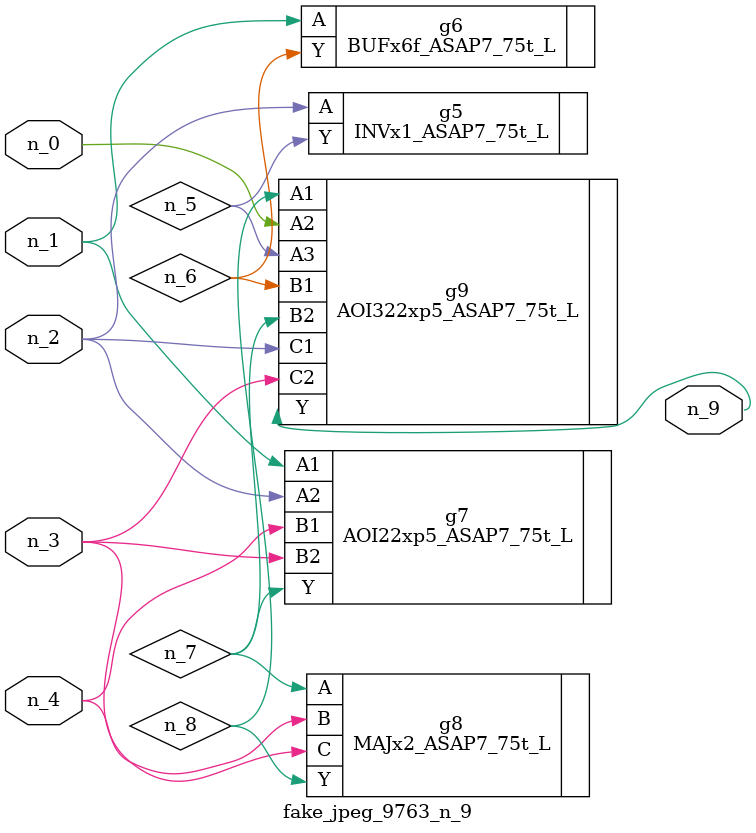
<source format=v>
module fake_jpeg_9763_n_9 (n_3, n_2, n_1, n_0, n_4, n_9);

input n_3;
input n_2;
input n_1;
input n_0;
input n_4;

output n_9;

wire n_8;
wire n_6;
wire n_5;
wire n_7;

INVx1_ASAP7_75t_L g5 ( 
.A(n_2),
.Y(n_5)
);

BUFx6f_ASAP7_75t_L g6 ( 
.A(n_1),
.Y(n_6)
);

AOI22xp5_ASAP7_75t_L g7 ( 
.A1(n_1),
.A2(n_2),
.B1(n_4),
.B2(n_3),
.Y(n_7)
);

MAJx2_ASAP7_75t_L g8 ( 
.A(n_7),
.B(n_4),
.C(n_3),
.Y(n_8)
);

AOI322xp5_ASAP7_75t_L g9 ( 
.A1(n_8),
.A2(n_0),
.A3(n_5),
.B1(n_6),
.B2(n_7),
.C1(n_2),
.C2(n_3),
.Y(n_9)
);


endmodule
</source>
